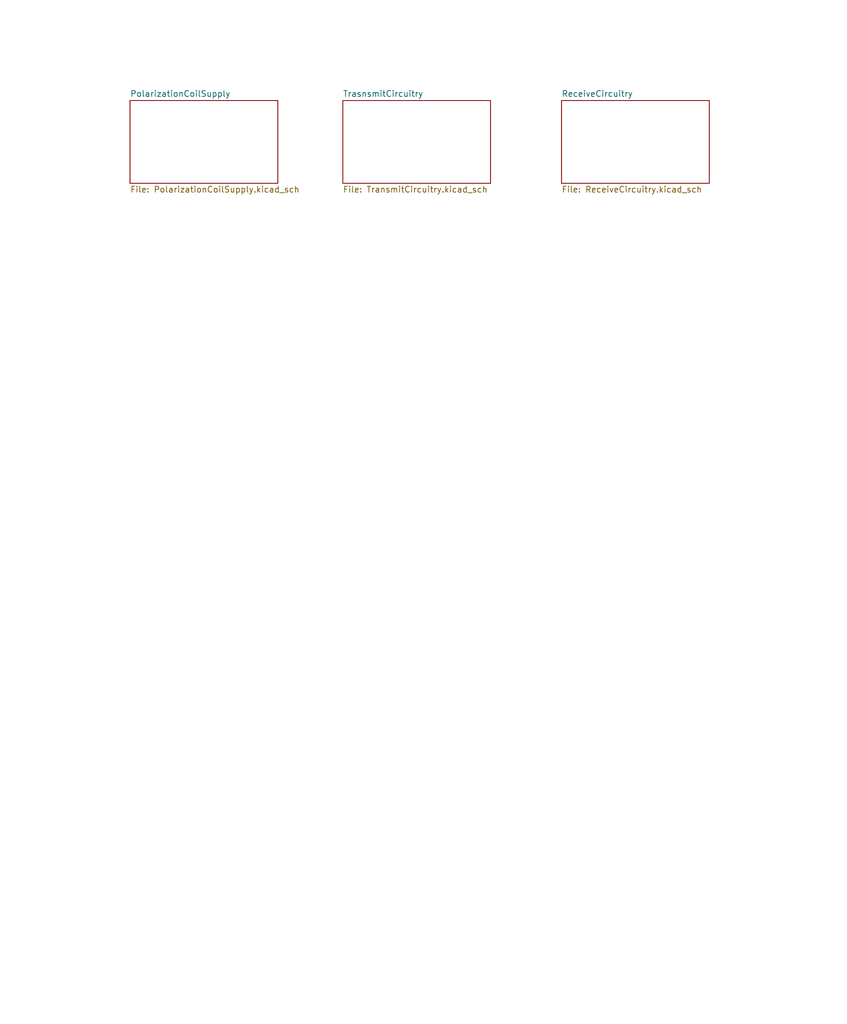
<source format=kicad_sch>
(kicad_sch (version 20211123) (generator eeschema)
  (paper "User" 181.991 219.989)
  (title_block (date "2022-04-09") (rev "V1.1"))
  (lib_symbols)
  (sheet (at 27.94 21.59) (size 31.75 17.78) (stroke (width 0.1524))
    (property "Sheet name" "PolarizationCoilSupply" (at 27.94 20.8784 0) (effects (justify left bottom)))
    (property "Sheet file" "PolarizationCoilSupply.kicad_sch" (at 27.94 39.9546 0) (effects (justify left top)))
  )
  (sheet (at 120.65 21.59) (size 31.75 17.78) (stroke (width 0.1524))
    (property "Sheet name" "ReceiveCircuitry" (at 120.65 20.8784 0) (effects (justify left bottom)))
    (property "Sheet file" "ReceiveCircuitry.kicad_sch" (at 120.65 39.9546 0) (effects (justify left top)))
  )
  (sheet (at 73.66 21.59) (size 31.75 17.78) (stroke (width 0.1524))
    (property "Sheet name" "TrasnsmitCircuitry" (at 73.66 20.8784 0) (effects (justify left bottom)))
    (property "Sheet file" "TransmitCircuitry.kicad_sch" (at 73.66 39.9546 0) (effects (justify left top)))
  )
)
</source>
